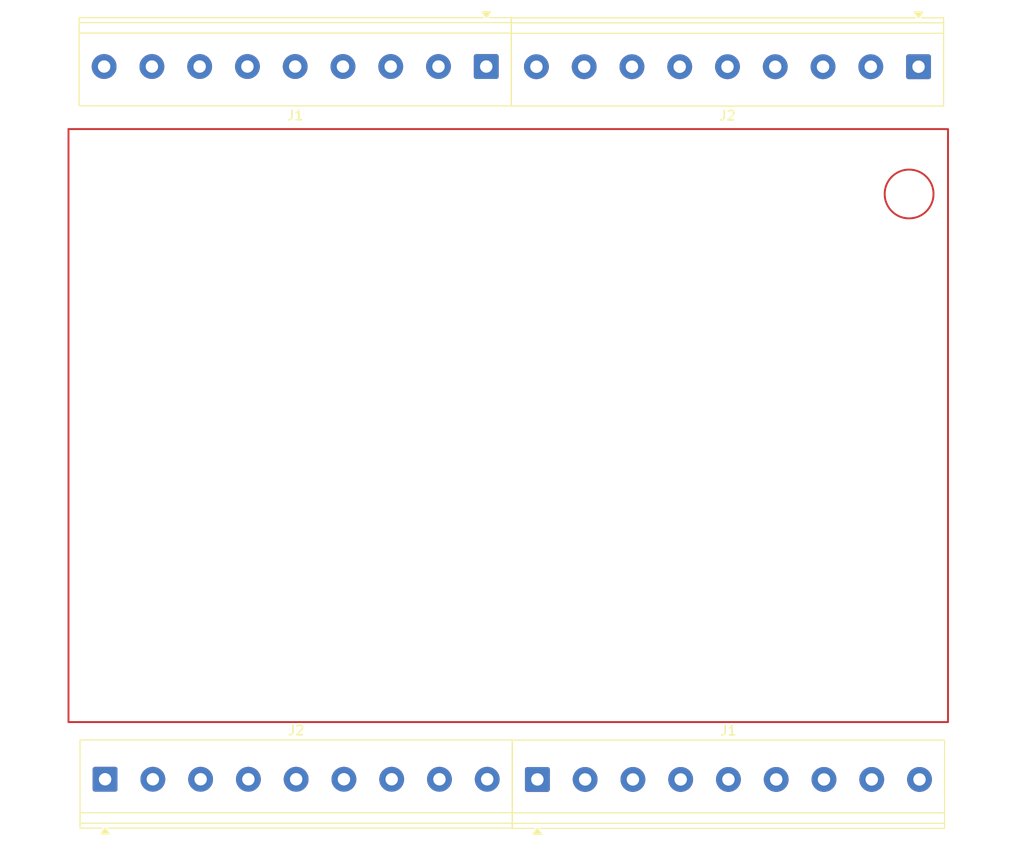
<source format=kicad_pcb>
(kicad_pcb (version 20241229) (generator "pcbnew") (generator_version "9.0")
  (layers (0 "F.Cu" signal) (2 "B.Cu" signal) (13 "F.Paste" user) (15 "B.Paste" user) (5 "F.SilkS" user "F.Silkscreen") (7 "B.SilkS" user "B.Silkscreen") (1 "F.Mask" user) (3 "B.Mask" user) (25 "Edge.Cuts" user))
  (net 0 "")
  (footprint "TerminalBlock_Phoenix:TerminalBlock_Phoenix_PT-1,5-9-5.0-H_1x09_P5.00mm_Horizontal" (layer "F.Cu") (at 156.8 70.93 180)
    (property "Reference" "J1" (at 20 -5.12 0) (layer "F.SilkS"))
    (property "Value" "Screw_Terminal_01x09")
    (fp_line (start 42.62 5.12) (end 0.3 5.12) (stroke (width 0.12)) (layer "F.SilkS") (net 3370257))
    (fp_line (start 42.62 -4.12) (end 42.62 5.12) (stroke (width 0.12)) (layer "F.SilkS") (net 3370257))
    (fp_line (start -0.3 5.12) (end -2.62 5.12) (stroke (width 0.12)) (layer "F.SilkS") (net 3370257))
    (fp_line (start -2.62 5.12) (end -2.62 -4.12) (stroke (width 0.12)) (layer "F.SilkS") (net 3370257))
    (fp_line (start -2.62 4.6) (end 42.62 4.6) (stroke (width 0.12)) (layer "F.SilkS") (net 3370257))
    (fp_line (start -2.62 3.5) (end 42.62 3.5) (stroke (width 0.12)) (layer "F.SilkS") (net 3370257))
    (fp_line (start -2.62 -4.12) (end 42.62 -4.12) (stroke (width 0.12)) (layer "F.SilkS") (net 3370257))
    (fp_poly (pts (xy 0 5.12) (xy 0.44 5.73) (xy -0.44 5.73)) (stroke (width 0.12)) (fill yes) (layer "F.SilkS") (net 3370257))
    (pad "1" thru_hole roundrect (at 0 0 180) (size 2.6 2.6) (drill 1.3) (layers "*.Cu" "*.Mask") (roundrect_rratio 0.096154))
    (pad "2" thru_hole circle (at 5 0 180) (size 2.6 2.6) (drill 1.3) (layers "*.Cu" "*.Mask"))
    (pad "3" thru_hole circle (at 10 0 180) (size 2.6 2.6) (drill 1.3) (layers "*.Cu" "*.Mask"))
    (pad "4" thru_hole circle (at 15 0 180) (size 2.6 2.6) (drill 1.3) (layers "*.Cu" "*.Mask"))
    (pad "5" thru_hole circle (at 20 0 180) (size 2.6 2.6) (drill 1.3) (layers "*.Cu" "*.Mask"))
    (pad "6" thru_hole circle (at 25 0 180) (size 2.6 2.6) (drill 1.3) (layers "*.Cu" "*.Mask"))
    (pad "7" thru_hole circle (at 30 0 180) (size 2.6 2.6) (drill 1.3) (layers "*.Cu" "*.Mask"))
    (pad "8" thru_hole circle (at 35 0 180) (size 2.6 2.6) (drill 1.3) (layers "*.Cu" "*.Mask"))
    (pad "9" thru_hole circle (at 40 0 180) (size 2.6 2.6) (drill 1.3) (layers "*.Cu" "*.Mask"))
  )
  (footprint "TerminalBlock_Phoenix:TerminalBlock_Phoenix_PT-1,5-9-5.0-H_1x09_P5.00mm_Horizontal" (layer "F.Cu") (at 162.15 145.6)
    (property "Reference" "J1" (at 20 -5.12 0) (layer "F.SilkS"))
    (property "Value" "Screw_Terminal_01x09")
    (fp_line (start -2.62 -4.12) (end 42.62 -4.12) (stroke (width 0.12)) (layer "F.SilkS") (net 3370257))
    (fp_line (start -2.62 3.5) (end 42.62 3.5) (stroke (width 0.12)) (layer "F.SilkS") (net 3370257))
    (fp_line (start -2.62 4.6) (end 42.62 4.6) (stroke (width 0.12)) (layer "F.SilkS") (net 3370257))
    (fp_line (start -2.62 5.12) (end -2.62 -4.12) (stroke (width 0.12)) (layer "F.SilkS") (net 3370257))
    (fp_line (start -0.3 5.12) (end -2.62 5.12) (stroke (width 0.12)) (layer "F.SilkS") (net 3370257))
    (fp_line (start 42.62 -4.12) (end 42.62 5.12) (stroke (width 0.12)) (layer "F.SilkS") (net 3370257))
    (fp_line (start 42.62 5.12) (end 0.3 5.12) (stroke (width 0.12)) (layer "F.SilkS") (net 3370257))
    (fp_poly (pts (xy 0 5.12) (xy 0.44 5.73) (xy -0.44 5.73)) (stroke (width 0.12)) (fill yes) (layer "F.SilkS") (net 3370257))
    (pad "1" thru_hole roundrect (at 0 0) (size 2.6 2.6) (drill 1.3) (layers "*.Cu" "*.Mask") (roundrect_rratio 0.096154))
    (pad "2" thru_hole circle (at 5 0) (size 2.6 2.6) (drill 1.3) (layers "*.Cu" "*.Mask"))
    (pad "3" thru_hole circle (at 10 0) (size 2.6 2.6) (drill 1.3) (layers "*.Cu" "*.Mask"))
    (pad "4" thru_hole circle (at 15 0) (size 2.6 2.6) (drill 1.3) (layers "*.Cu" "*.Mask"))
    (pad "5" thru_hole circle (at 20 0) (size 2.6 2.6) (drill 1.3) (layers "*.Cu" "*.Mask"))
    (pad "6" thru_hole circle (at 25 0) (size 2.6 2.6) (drill 1.3) (layers "*.Cu" "*.Mask"))
    (pad "7" thru_hole circle (at 30 0) (size 2.6 2.6) (drill 1.3) (layers "*.Cu" "*.Mask"))
    (pad "8" thru_hole circle (at 35 0) (size 2.6 2.6) (drill 1.3) (layers "*.Cu" "*.Mask"))
    (pad "9" thru_hole circle (at 40 0) (size 2.6 2.6) (drill 1.3) (layers "*.Cu" "*.Mask"))
  )
  (footprint "TerminalBlock_Phoenix:TerminalBlock_Phoenix_PT-1,5-9-5.0-H_1x09_P5.00mm_Horizontal" (layer "F.Cu") (at 116.9 145.58)
    (property "Reference" "J2" (at 20 -5.12 0) (layer "F.SilkS"))
    (property "Value" "Screw_Terminal_01x09")
    (fp_line (start -2.62 -4.12) (end 42.62 -4.12) (stroke (width 0.12)) (layer "F.SilkS") (net 3370257))
    (fp_line (start -2.62 3.5) (end 42.62 3.5) (stroke (width 0.12)) (layer "F.SilkS") (net 3370257))
    (fp_line (start -2.62 4.6) (end 42.62 4.6) (stroke (width 0.12)) (layer "F.SilkS") (net 3370257))
    (fp_line (start -2.62 5.12) (end -2.62 -4.12) (stroke (width 0.12)) (layer "F.SilkS") (net 3370257))
    (fp_line (start -0.3 5.12) (end -2.62 5.12) (stroke (width 0.12)) (layer "F.SilkS") (net 3370257))
    (fp_line (start 42.62 -4.12) (end 42.62 5.12) (stroke (width 0.12)) (layer "F.SilkS") (net 3370257))
    (fp_line (start 42.62 5.12) (end 0.3 5.12) (stroke (width 0.12)) (layer "F.SilkS") (net 3370257))
    (fp_poly (pts (xy 0 5.12) (xy 0.44 5.73) (xy -0.44 5.73)) (stroke (width 0.12)) (fill yes) (layer "F.SilkS") (net 3370257))
    (pad "1" thru_hole roundrect (at 0 0) (size 2.6 2.6) (drill 1.3) (layers "*.Cu" "*.Mask") (roundrect_rratio 0.096154))
    (pad "2" thru_hole circle (at 5 0) (size 2.6 2.6) (drill 1.3) (layers "*.Cu" "*.Mask"))
    (pad "3" thru_hole circle (at 10 0) (size 2.6 2.6) (drill 1.3) (layers "*.Cu" "*.Mask"))
    (pad "4" thru_hole circle (at 15 0) (size 2.6 2.6) (drill 1.3) (layers "*.Cu" "*.Mask"))
    (pad "5" thru_hole circle (at 20 0) (size 2.6 2.6) (drill 1.3) (layers "*.Cu" "*.Mask"))
    (pad "6" thru_hole circle (at 25 0) (size 2.6 2.6) (drill 1.3) (layers "*.Cu" "*.Mask"))
    (pad "7" thru_hole circle (at 30 0) (size 2.6 2.6) (drill 1.3) (layers "*.Cu" "*.Mask"))
    (pad "8" thru_hole circle (at 35 0) (size 2.6 2.6) (drill 1.3) (layers "*.Cu" "*.Mask"))
    (pad "9" thru_hole circle (at 40 0) (size 2.6 2.6) (drill 1.3) (layers "*.Cu" "*.Mask"))
  )
  (footprint "TerminalBlock_Phoenix:TerminalBlock_Phoenix_PT-1,5-9-5.0-H_1x09_P5.00mm_Horizontal" (layer "F.Cu") (at 202.05 70.95 180)
    (property "Reference" "J2" (at 20 -5.12 0) (layer "F.SilkS"))
    (property "Value" "Screw_Terminal_01x09")
    (fp_line (start 42.62 5.12) (end 0.3 5.12) (stroke (width 0.12)) (layer "F.SilkS") (net 3370257))
    (fp_line (start 42.62 -4.12) (end 42.62 5.12) (stroke (width 0.12)) (layer "F.SilkS") (net 3370257))
    (fp_line (start -0.3 5.12) (end -2.62 5.12) (stroke (width 0.12)) (layer "F.SilkS") (net 3370257))
    (fp_line (start -2.62 5.12) (end -2.62 -4.12) (stroke (width 0.12)) (layer "F.SilkS") (net 3370257))
    (fp_line (start -2.62 4.6) (end 42.62 4.6) (stroke (width 0.12)) (layer "F.SilkS") (net 3370257))
    (fp_line (start -2.62 3.5) (end 42.62 3.5) (stroke (width 0.12)) (layer "F.SilkS") (net 3370257))
    (fp_line (start -2.62 -4.12) (end 42.62 -4.12) (stroke (width 0.12)) (layer "F.SilkS") (net 3370257))
    (fp_poly (pts (xy 0 5.12) (xy 0.44 5.73) (xy -0.44 5.73)) (stroke (width 0.12)) (fill yes) (layer "F.SilkS") (net 3370257))
    (pad "1" thru_hole roundrect (at 0 0 180) (size 2.6 2.6) (drill 1.3) (layers "*.Cu" "*.Mask") (roundrect_rratio 0.096154))
    (pad "2" thru_hole circle (at 5 0 180) (size 2.6 2.6) (drill 1.3) (layers "*.Cu" "*.Mask"))
    (pad "3" thru_hole circle (at 10 0 180) (size 2.6 2.6) (drill 1.3) (layers "*.Cu" "*.Mask"))
    (pad "4" thru_hole circle (at 15 0 180) (size 2.6 2.6) (drill 1.3) (layers "*.Cu" "*.Mask"))
    (pad "5" thru_hole circle (at 20 0 180) (size 2.6 2.6) (drill 1.3) (layers "*.Cu" "*.Mask"))
    (pad "6" thru_hole circle (at 25 0 180) (size 2.6 2.6) (drill 1.3) (layers "*.Cu" "*.Mask"))
    (pad "7" thru_hole circle (at 30 0 180) (size 2.6 2.6) (drill 1.3) (layers "*.Cu" "*.Mask"))
    (pad "8" thru_hole circle (at 35 0 180) (size 2.6 2.6) (drill 1.3) (layers "*.Cu" "*.Mask"))
    (pad "9" thru_hole circle (at 40 0 180) (size 2.6 2.6) (drill 1.3) (layers "*.Cu" "*.Mask"))
  )
  (gr_circle (center 201.06 84.28) (end 203.03 85.91) (stroke (width 0.2)) (fill no) (layer "F.Cu"))
  (gr_rect (start 113.07 77.48) (end 205.133088 139.59) (stroke (width 0.2)) (fill no) (layer "F.Cu"))
)
</source>
